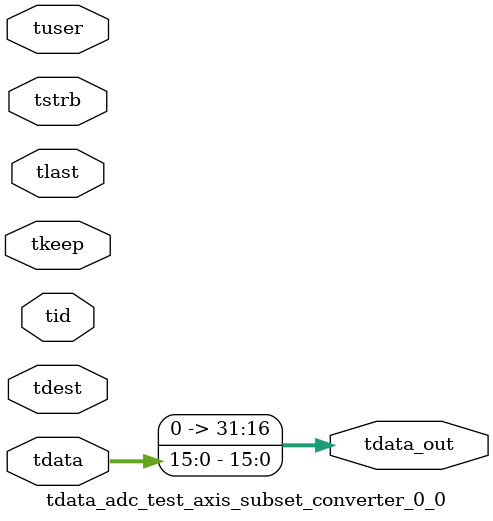
<source format=v>


`timescale 1ps/1ps

module tdata_adc_test_axis_subset_converter_0_0 #
(
parameter C_S_AXIS_TDATA_WIDTH = 32,
parameter C_S_AXIS_TUSER_WIDTH = 0,
parameter C_S_AXIS_TID_WIDTH   = 0,
parameter C_S_AXIS_TDEST_WIDTH = 0,
parameter C_M_AXIS_TDATA_WIDTH = 32
)
(
input  [(C_S_AXIS_TDATA_WIDTH == 0 ? 1 : C_S_AXIS_TDATA_WIDTH)-1:0     ] tdata,
input  [(C_S_AXIS_TUSER_WIDTH == 0 ? 1 : C_S_AXIS_TUSER_WIDTH)-1:0     ] tuser,
input  [(C_S_AXIS_TID_WIDTH   == 0 ? 1 : C_S_AXIS_TID_WIDTH)-1:0       ] tid,
input  [(C_S_AXIS_TDEST_WIDTH == 0 ? 1 : C_S_AXIS_TDEST_WIDTH)-1:0     ] tdest,
input  [(C_S_AXIS_TDATA_WIDTH/8)-1:0 ] tkeep,
input  [(C_S_AXIS_TDATA_WIDTH/8)-1:0 ] tstrb,
input                                                                    tlast,
output [C_M_AXIS_TDATA_WIDTH-1:0] tdata_out
);

assign tdata_out = {tdata[15:0]};

endmodule


</source>
